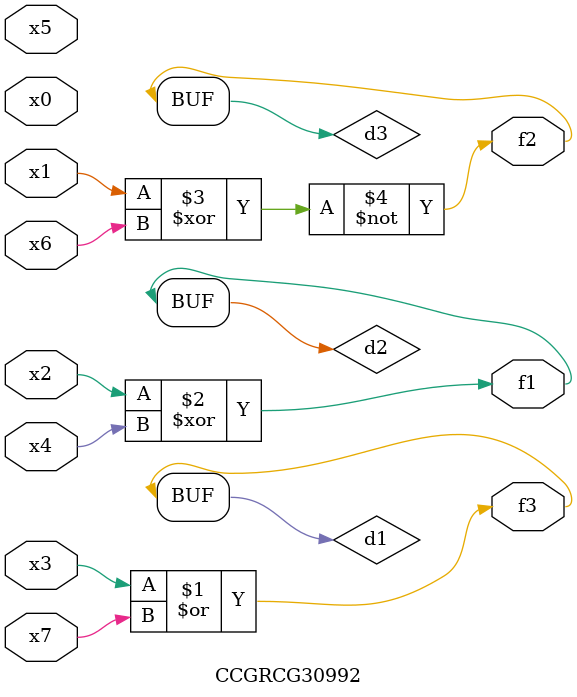
<source format=v>
module CCGRCG30992(
	input x0, x1, x2, x3, x4, x5, x6, x7,
	output f1, f2, f3
);

	wire d1, d2, d3;

	or (d1, x3, x7);
	xor (d2, x2, x4);
	xnor (d3, x1, x6);
	assign f1 = d2;
	assign f2 = d3;
	assign f3 = d1;
endmodule

</source>
